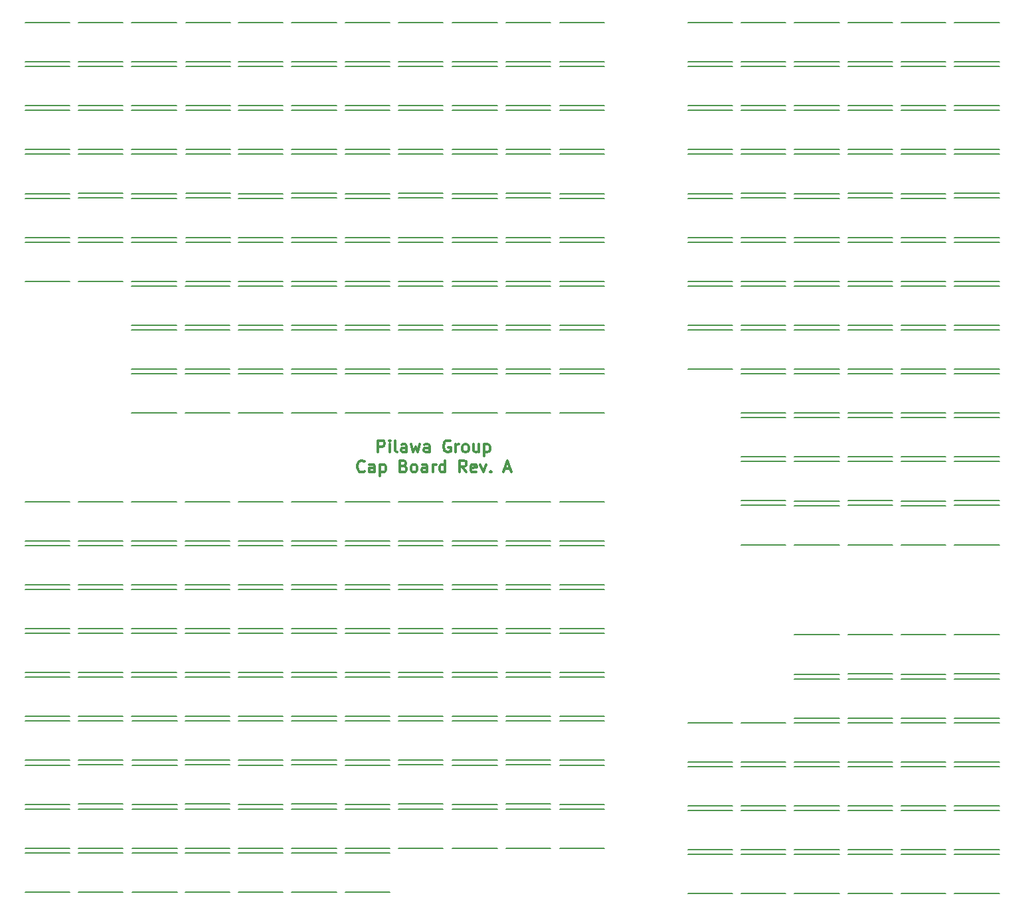
<source format=gbr>
G04 #@! TF.GenerationSoftware,KiCad,Pcbnew,(5.0.0)*
G04 #@! TF.CreationDate,2019-06-04T18:43:43-07:00*
G04 #@! TF.ProjectId,SSB Cap Board - Rev2,5353422043617020426F617264202D20,rev?*
G04 #@! TF.SameCoordinates,Original*
G04 #@! TF.FileFunction,Legend,Top*
G04 #@! TF.FilePolarity,Positive*
%FSLAX46Y46*%
G04 Gerber Fmt 4.6, Leading zero omitted, Abs format (unit mm)*
G04 Created by KiCad (PCBNEW (5.0.0)) date 06/04/19 18:43:43*
%MOMM*%
%LPD*%
G01*
G04 APERTURE LIST*
%ADD10C,0.300000*%
%ADD11C,0.150000*%
G04 APERTURE END LIST*
D10*
X-17107142Y51096428D02*
X-17107142Y52596428D01*
X-16535714Y52596428D01*
X-16392857Y52525000D01*
X-16321428Y52453571D01*
X-16250000Y52310714D01*
X-16250000Y52096428D01*
X-16321428Y51953571D01*
X-16392857Y51882142D01*
X-16535714Y51810714D01*
X-17107142Y51810714D01*
X-15607142Y51096428D02*
X-15607142Y52096428D01*
X-15607142Y52596428D02*
X-15678571Y52525000D01*
X-15607142Y52453571D01*
X-15535714Y52525000D01*
X-15607142Y52596428D01*
X-15607142Y52453571D01*
X-14678571Y51096428D02*
X-14821428Y51167857D01*
X-14892857Y51310714D01*
X-14892857Y52596428D01*
X-13464285Y51096428D02*
X-13464285Y51882142D01*
X-13535714Y52025000D01*
X-13678571Y52096428D01*
X-13964285Y52096428D01*
X-14107142Y52025000D01*
X-13464285Y51167857D02*
X-13607142Y51096428D01*
X-13964285Y51096428D01*
X-14107142Y51167857D01*
X-14178571Y51310714D01*
X-14178571Y51453571D01*
X-14107142Y51596428D01*
X-13964285Y51667857D01*
X-13607142Y51667857D01*
X-13464285Y51739285D01*
X-12892857Y52096428D02*
X-12607142Y51096428D01*
X-12321428Y51810714D01*
X-12035714Y51096428D01*
X-11750000Y52096428D01*
X-10535714Y51096428D02*
X-10535714Y51882142D01*
X-10607142Y52025000D01*
X-10750000Y52096428D01*
X-11035714Y52096428D01*
X-11178571Y52025000D01*
X-10535714Y51167857D02*
X-10678571Y51096428D01*
X-11035714Y51096428D01*
X-11178571Y51167857D01*
X-11250000Y51310714D01*
X-11250000Y51453571D01*
X-11178571Y51596428D01*
X-11035714Y51667857D01*
X-10678571Y51667857D01*
X-10535714Y51739285D01*
X-7892857Y52525000D02*
X-8035714Y52596428D01*
X-8250000Y52596428D01*
X-8464285Y52525000D01*
X-8607142Y52382142D01*
X-8678571Y52239285D01*
X-8750000Y51953571D01*
X-8750000Y51739285D01*
X-8678571Y51453571D01*
X-8607142Y51310714D01*
X-8464285Y51167857D01*
X-8250000Y51096428D01*
X-8107142Y51096428D01*
X-7892857Y51167857D01*
X-7821428Y51239285D01*
X-7821428Y51739285D01*
X-8107142Y51739285D01*
X-7178571Y51096428D02*
X-7178571Y52096428D01*
X-7178571Y51810714D02*
X-7107142Y51953571D01*
X-7035714Y52025000D01*
X-6892857Y52096428D01*
X-6750000Y52096428D01*
X-6035714Y51096428D02*
X-6178571Y51167857D01*
X-6250000Y51239285D01*
X-6321428Y51382142D01*
X-6321428Y51810714D01*
X-6250000Y51953571D01*
X-6178571Y52025000D01*
X-6035714Y52096428D01*
X-5821428Y52096428D01*
X-5678571Y52025000D01*
X-5607142Y51953571D01*
X-5535714Y51810714D01*
X-5535714Y51382142D01*
X-5607142Y51239285D01*
X-5678571Y51167857D01*
X-5821428Y51096428D01*
X-6035714Y51096428D01*
X-4250000Y52096428D02*
X-4250000Y51096428D01*
X-4892857Y52096428D02*
X-4892857Y51310714D01*
X-4821428Y51167857D01*
X-4678571Y51096428D01*
X-4464285Y51096428D01*
X-4321428Y51167857D01*
X-4250000Y51239285D01*
X-3535714Y52096428D02*
X-3535714Y50596428D01*
X-3535714Y52025000D02*
X-3392857Y52096428D01*
X-3107142Y52096428D01*
X-2964285Y52025000D01*
X-2892857Y51953571D01*
X-2821428Y51810714D01*
X-2821428Y51382142D01*
X-2892857Y51239285D01*
X-2964285Y51167857D01*
X-3107142Y51096428D01*
X-3392857Y51096428D01*
X-3535714Y51167857D01*
X-18821428Y48689285D02*
X-18892857Y48617857D01*
X-19107142Y48546428D01*
X-19250000Y48546428D01*
X-19464285Y48617857D01*
X-19607142Y48760714D01*
X-19678571Y48903571D01*
X-19750000Y49189285D01*
X-19750000Y49403571D01*
X-19678571Y49689285D01*
X-19607142Y49832142D01*
X-19464285Y49975000D01*
X-19250000Y50046428D01*
X-19107142Y50046428D01*
X-18892857Y49975000D01*
X-18821428Y49903571D01*
X-17535714Y48546428D02*
X-17535714Y49332142D01*
X-17607142Y49475000D01*
X-17750000Y49546428D01*
X-18035714Y49546428D01*
X-18178571Y49475000D01*
X-17535714Y48617857D02*
X-17678571Y48546428D01*
X-18035714Y48546428D01*
X-18178571Y48617857D01*
X-18250000Y48760714D01*
X-18250000Y48903571D01*
X-18178571Y49046428D01*
X-18035714Y49117857D01*
X-17678571Y49117857D01*
X-17535714Y49189285D01*
X-16821428Y49546428D02*
X-16821428Y48046428D01*
X-16821428Y49475000D02*
X-16678571Y49546428D01*
X-16392857Y49546428D01*
X-16250000Y49475000D01*
X-16178571Y49403571D01*
X-16107142Y49260714D01*
X-16107142Y48832142D01*
X-16178571Y48689285D01*
X-16250000Y48617857D01*
X-16392857Y48546428D01*
X-16678571Y48546428D01*
X-16821428Y48617857D01*
X-13821428Y49332142D02*
X-13607142Y49260714D01*
X-13535714Y49189285D01*
X-13464285Y49046428D01*
X-13464285Y48832142D01*
X-13535714Y48689285D01*
X-13607142Y48617857D01*
X-13750000Y48546428D01*
X-14321428Y48546428D01*
X-14321428Y50046428D01*
X-13821428Y50046428D01*
X-13678571Y49975000D01*
X-13607142Y49903571D01*
X-13535714Y49760714D01*
X-13535714Y49617857D01*
X-13607142Y49475000D01*
X-13678571Y49403571D01*
X-13821428Y49332142D01*
X-14321428Y49332142D01*
X-12607142Y48546428D02*
X-12750000Y48617857D01*
X-12821428Y48689285D01*
X-12892857Y48832142D01*
X-12892857Y49260714D01*
X-12821428Y49403571D01*
X-12750000Y49475000D01*
X-12607142Y49546428D01*
X-12392857Y49546428D01*
X-12250000Y49475000D01*
X-12178571Y49403571D01*
X-12107142Y49260714D01*
X-12107142Y48832142D01*
X-12178571Y48689285D01*
X-12250000Y48617857D01*
X-12392857Y48546428D01*
X-12607142Y48546428D01*
X-10821428Y48546428D02*
X-10821428Y49332142D01*
X-10892857Y49475000D01*
X-11035714Y49546428D01*
X-11321428Y49546428D01*
X-11464285Y49475000D01*
X-10821428Y48617857D02*
X-10964285Y48546428D01*
X-11321428Y48546428D01*
X-11464285Y48617857D01*
X-11535714Y48760714D01*
X-11535714Y48903571D01*
X-11464285Y49046428D01*
X-11321428Y49117857D01*
X-10964285Y49117857D01*
X-10821428Y49189285D01*
X-10107142Y48546428D02*
X-10107142Y49546428D01*
X-10107142Y49260714D02*
X-10035714Y49403571D01*
X-9964285Y49475000D01*
X-9821428Y49546428D01*
X-9678571Y49546428D01*
X-8535714Y48546428D02*
X-8535714Y50046428D01*
X-8535714Y48617857D02*
X-8678571Y48546428D01*
X-8964285Y48546428D01*
X-9107142Y48617857D01*
X-9178571Y48689285D01*
X-9250000Y48832142D01*
X-9250000Y49260714D01*
X-9178571Y49403571D01*
X-9107142Y49475000D01*
X-8964285Y49546428D01*
X-8678571Y49546428D01*
X-8535714Y49475000D01*
X-5821428Y48546428D02*
X-6321428Y49260714D01*
X-6678571Y48546428D02*
X-6678571Y50046428D01*
X-6107142Y50046428D01*
X-5964285Y49975000D01*
X-5892857Y49903571D01*
X-5821428Y49760714D01*
X-5821428Y49546428D01*
X-5892857Y49403571D01*
X-5964285Y49332142D01*
X-6107142Y49260714D01*
X-6678571Y49260714D01*
X-4607142Y48617857D02*
X-4750000Y48546428D01*
X-5035714Y48546428D01*
X-5178571Y48617857D01*
X-5250000Y48760714D01*
X-5250000Y49332142D01*
X-5178571Y49475000D01*
X-5035714Y49546428D01*
X-4750000Y49546428D01*
X-4607142Y49475000D01*
X-4535714Y49332142D01*
X-4535714Y49189285D01*
X-5250000Y49046428D01*
X-4035714Y49546428D02*
X-3678571Y48546428D01*
X-3321428Y49546428D01*
X-2750000Y48689285D02*
X-2678571Y48617857D01*
X-2750000Y48546428D01*
X-2821428Y48617857D01*
X-2750000Y48689285D01*
X-2750000Y48546428D01*
X-964285Y48975000D02*
X-250000Y48975000D01*
X-1107142Y48546428D02*
X-607142Y50046428D01*
X-107142Y48546428D01*
D11*
G04 #@! TO.C,C578*
X56405000Y6005000D02*
X62105000Y6005000D01*
X56405000Y11005000D02*
X62105000Y11005000D01*
G04 #@! TO.C,C576*
X56405000Y-5195000D02*
X62105000Y-5195000D01*
X56405000Y-195000D02*
X62105000Y-195000D01*
G04 #@! TO.C,C572*
X28095000Y84095000D02*
X22395000Y84095000D01*
X28095000Y89095000D02*
X22395000Y89095000D01*
G04 #@! TO.C,C570*
X29205000Y405000D02*
X34905000Y405000D01*
X29205000Y5405000D02*
X34905000Y5405000D01*
G04 #@! TO.C,C568*
X56405000Y11605000D02*
X62105000Y11605000D01*
X56405000Y16605000D02*
X62105000Y16605000D01*
G04 #@! TO.C,C566*
X28095000Y16595000D02*
X22395000Y16595000D01*
X28095000Y11595000D02*
X22395000Y11595000D01*
G04 #@! TO.C,C573*
X56405000Y50505000D02*
X62105000Y50505000D01*
X56405000Y55505000D02*
X62105000Y55505000D01*
G04 #@! TO.C,C597*
X29205000Y6005000D02*
X34905000Y6005000D01*
X29205000Y11005000D02*
X34905000Y11005000D01*
G04 #@! TO.C,C596*
X28095000Y105895000D02*
X22395000Y105895000D01*
X28095000Y100895000D02*
X22395000Y100895000D01*
G04 #@! TO.C,C595*
X56405000Y17205000D02*
X62105000Y17205000D01*
X56405000Y22205000D02*
X62105000Y22205000D01*
G04 #@! TO.C,C593*
X29205000Y11605000D02*
X34905000Y11605000D01*
X29205000Y16605000D02*
X34905000Y16605000D01*
G04 #@! TO.C,C588*
X55295000Y94695000D02*
X49595000Y94695000D01*
X55295000Y89695000D02*
X49595000Y89695000D01*
G04 #@! TO.C,C585*
X28095000Y-5205000D02*
X22395000Y-5205000D01*
X28095000Y-205000D02*
X22395000Y-205000D01*
G04 #@! TO.C,C584*
X56405000Y22805000D02*
X62105000Y22805000D01*
X56405000Y27805000D02*
X62105000Y27805000D01*
G04 #@! TO.C,C591*
X41695000Y27795000D02*
X35995000Y27795000D01*
X41695000Y22795000D02*
X35995000Y22795000D01*
G04 #@! TO.C,C590*
X56405000Y61705000D02*
X62105000Y61705000D01*
X56405000Y66705000D02*
X62105000Y66705000D01*
G04 #@! TO.C,C592*
X41695000Y11595000D02*
X35995000Y11595000D01*
X41695000Y16595000D02*
X35995000Y16595000D01*
G04 #@! TO.C,C599*
X29205000Y95305000D02*
X34905000Y95305000D01*
X29205000Y100305000D02*
X34905000Y100305000D01*
G04 #@! TO.C,C292*
X11795000Y595000D02*
X6095000Y595000D01*
X11795000Y5595000D02*
X6095000Y5595000D01*
G04 #@! TO.C,C504*
X28095000Y100295000D02*
X22395000Y100295000D01*
X28095000Y95295000D02*
X22395000Y95295000D01*
G04 #@! TO.C,C494*
X28095000Y83495000D02*
X22395000Y83495000D01*
X28095000Y78495000D02*
X22395000Y78495000D01*
G04 #@! TO.C,C456*
X56405000Y61105000D02*
X62105000Y61105000D01*
X56405000Y56105000D02*
X62105000Y56105000D01*
G04 #@! TO.C,C462*
X28095000Y5995000D02*
X22395000Y5995000D01*
X28095000Y10995000D02*
X22395000Y10995000D01*
G04 #@! TO.C,C517*
X28095000Y395000D02*
X22395000Y395000D01*
X28095000Y5395000D02*
X22395000Y5395000D01*
G04 #@! TO.C,C477*
X56405000Y5405000D02*
X62105000Y5405000D01*
X56405000Y405000D02*
X62105000Y405000D01*
G04 #@! TO.C,C471*
X28095000Y94695000D02*
X22395000Y94695000D01*
X28095000Y89695000D02*
X22395000Y89695000D01*
G04 #@! TO.C,C479*
X29205000Y-195000D02*
X34905000Y-195000D01*
X29205000Y-5195000D02*
X34905000Y-5195000D01*
G04 #@! TO.C,C542*
X42805000Y72305000D02*
X48505000Y72305000D01*
X42805000Y67305000D02*
X48505000Y67305000D01*
G04 #@! TO.C,C540*
X28095000Y66695000D02*
X22395000Y66695000D01*
X28095000Y61695000D02*
X22395000Y61695000D01*
G04 #@! TO.C,C537*
X55295000Y27795000D02*
X49595000Y27795000D01*
X55295000Y22795000D02*
X49595000Y22795000D01*
G04 #@! TO.C,C536*
X28095000Y72295000D02*
X22395000Y72295000D01*
X28095000Y67295000D02*
X22395000Y67295000D01*
G04 #@! TO.C,C534*
X56405000Y72305000D02*
X62105000Y72305000D01*
X56405000Y67305000D02*
X62105000Y67305000D01*
G04 #@! TO.C,C532*
X55295000Y78495000D02*
X49595000Y78495000D01*
X55295000Y83495000D02*
X49595000Y83495000D01*
G04 #@! TO.C,C530*
X42805000Y49905000D02*
X48505000Y49905000D01*
X42805000Y44905000D02*
X48505000Y44905000D01*
G04 #@! TO.C,C528*
X41695000Y95295000D02*
X35995000Y95295000D01*
X41695000Y100295000D02*
X35995000Y100295000D01*
G04 #@! TO.C,C527*
X41695000Y22195000D02*
X35995000Y22195000D01*
X41695000Y17195000D02*
X35995000Y17195000D01*
G04 #@! TO.C,C564*
X55295000Y17195000D02*
X49595000Y17195000D01*
X55295000Y22195000D02*
X49595000Y22195000D01*
G04 #@! TO.C,C535*
X42805000Y-5195000D02*
X48505000Y-5195000D01*
X42805000Y-195000D02*
X48505000Y-195000D01*
G04 #@! TO.C,C562*
X56405000Y77905000D02*
X62105000Y77905000D01*
X56405000Y72905000D02*
X62105000Y72905000D01*
G04 #@! TO.C,C560*
X55295000Y72895000D02*
X49595000Y72895000D01*
X55295000Y77895000D02*
X49595000Y77895000D01*
G04 #@! TO.C,C558*
X42805000Y55505000D02*
X48505000Y55505000D01*
X42805000Y50505000D02*
X48505000Y50505000D01*
G04 #@! TO.C,C556*
X41695000Y100895000D02*
X35995000Y100895000D01*
X41695000Y105895000D02*
X35995000Y105895000D01*
G04 #@! TO.C,C544*
X29205000Y105905000D02*
X34905000Y105905000D01*
X29205000Y100905000D02*
X34905000Y100905000D01*
G04 #@! TO.C,C553*
X55295000Y16595000D02*
X49595000Y16595000D01*
X55295000Y11595000D02*
X49595000Y11595000D01*
G04 #@! TO.C,C552*
X42805000Y5405000D02*
X48505000Y5405000D01*
X42805000Y405000D02*
X48505000Y405000D01*
G04 #@! TO.C,C551*
X56405000Y78505000D02*
X62105000Y78505000D01*
X56405000Y83505000D02*
X62105000Y83505000D01*
G04 #@! TO.C,C550*
X55295000Y67295000D02*
X49595000Y67295000D01*
X55295000Y72295000D02*
X49595000Y72295000D01*
G04 #@! TO.C,C548*
X42805000Y61105000D02*
X48505000Y61105000D01*
X42805000Y56105000D02*
X48505000Y56105000D01*
G04 #@! TO.C,C546*
X41695000Y89695000D02*
X35995000Y89695000D01*
X41695000Y94695000D02*
X35995000Y94695000D01*
G04 #@! TO.C,C545*
X41695000Y10995000D02*
X35995000Y10995000D01*
X41695000Y5995000D02*
X35995000Y5995000D01*
G04 #@! TO.C,C554*
X29205000Y44305000D02*
X34905000Y44305000D01*
X29205000Y39305000D02*
X34905000Y39305000D01*
G04 #@! TO.C,C432*
X55295000Y10995000D02*
X49595000Y10995000D01*
X55295000Y5995000D02*
X49595000Y5995000D01*
G04 #@! TO.C,C429*
X56405000Y84105000D02*
X62105000Y84105000D01*
X56405000Y89105000D02*
X62105000Y89105000D01*
G04 #@! TO.C,C428*
X55295000Y61695000D02*
X49595000Y61695000D01*
X55295000Y66695000D02*
X49595000Y66695000D01*
G04 #@! TO.C,C427*
X42805000Y61705000D02*
X48505000Y61705000D01*
X42805000Y66705000D02*
X48505000Y66705000D01*
G04 #@! TO.C,C425*
X41695000Y89095000D02*
X35995000Y89095000D01*
X41695000Y84095000D02*
X35995000Y84095000D01*
G04 #@! TO.C,C415*
X41695000Y395000D02*
X35995000Y395000D01*
X41695000Y5395000D02*
X35995000Y5395000D01*
G04 #@! TO.C,C450*
X29205000Y44905000D02*
X34905000Y44905000D01*
X29205000Y49905000D02*
X34905000Y49905000D01*
G04 #@! TO.C,C422*
X55295000Y395000D02*
X49595000Y395000D01*
X55295000Y5395000D02*
X49595000Y5395000D01*
G04 #@! TO.C,C413*
X42805000Y11605000D02*
X48505000Y11605000D01*
X42805000Y16605000D02*
X48505000Y16605000D01*
G04 #@! TO.C,C420*
X56405000Y94705000D02*
X62105000Y94705000D01*
X56405000Y89705000D02*
X62105000Y89705000D01*
G04 #@! TO.C,C419*
X55295000Y61095000D02*
X49595000Y61095000D01*
X55295000Y56095000D02*
X49595000Y56095000D01*
G04 #@! TO.C,C418*
X55295000Y84095000D02*
X49595000Y84095000D01*
X55295000Y89095000D02*
X49595000Y89095000D01*
G04 #@! TO.C,C417*
X41695000Y83495000D02*
X35995000Y83495000D01*
X41695000Y78495000D02*
X35995000Y78495000D01*
G04 #@! TO.C,C416*
X41695000Y-5205000D02*
X35995000Y-5205000D01*
X41695000Y-205000D02*
X35995000Y-205000D01*
G04 #@! TO.C,C424*
X29205000Y50505000D02*
X34905000Y50505000D01*
X29205000Y55505000D02*
X34905000Y55505000D01*
G04 #@! TO.C,C423*
X55295000Y-5205000D02*
X49595000Y-5205000D01*
X55295000Y-205000D02*
X49595000Y-205000D01*
G04 #@! TO.C,C421*
X42805000Y17205000D02*
X48505000Y17205000D01*
X42805000Y22205000D02*
X48505000Y22205000D01*
G04 #@! TO.C,C447*
X56405000Y100305000D02*
X62105000Y100305000D01*
X56405000Y95305000D02*
X62105000Y95305000D01*
G04 #@! TO.C,C446*
X55295000Y55495000D02*
X49595000Y55495000D01*
X55295000Y50495000D02*
X49595000Y50495000D01*
G04 #@! TO.C,C445*
X42805000Y77905000D02*
X48505000Y77905000D01*
X42805000Y72905000D02*
X48505000Y72905000D01*
G04 #@! TO.C,C444*
X41695000Y77895000D02*
X35995000Y77895000D01*
X41695000Y72895000D02*
X35995000Y72895000D01*
G04 #@! TO.C,C433*
X29205000Y61105000D02*
X34905000Y61105000D01*
X29205000Y56105000D02*
X34905000Y56105000D01*
G04 #@! TO.C,C442*
X28095000Y72895000D02*
X22395000Y72895000D01*
X28095000Y77895000D02*
X22395000Y77895000D01*
G04 #@! TO.C,C555*
X56405000Y105905000D02*
X62105000Y105905000D01*
X56405000Y100905000D02*
X62105000Y100905000D01*
G04 #@! TO.C,C430*
X55295000Y100295000D02*
X49595000Y100295000D01*
X55295000Y95295000D02*
X49595000Y95295000D01*
G04 #@! TO.C,C439*
X55295000Y44895000D02*
X49595000Y44895000D01*
X55295000Y49895000D02*
X49595000Y49895000D01*
G04 #@! TO.C,C438*
X42805000Y78505000D02*
X48505000Y78505000D01*
X42805000Y83505000D02*
X48505000Y83505000D01*
G04 #@! TO.C,C437*
X41695000Y67295000D02*
X35995000Y67295000D01*
X41695000Y72295000D02*
X35995000Y72295000D01*
G04 #@! TO.C,C436*
X29205000Y61705000D02*
X34905000Y61705000D01*
X29205000Y66705000D02*
X34905000Y66705000D01*
G04 #@! TO.C,C435*
X42805000Y27805000D02*
X48505000Y27805000D01*
X42805000Y22805000D02*
X48505000Y22805000D01*
G04 #@! TO.C,C434*
X55295000Y105895000D02*
X49595000Y105895000D01*
X55295000Y100895000D02*
X49595000Y100895000D01*
G04 #@! TO.C,C443*
X42805000Y100305000D02*
X48505000Y100305000D01*
X42805000Y95305000D02*
X48505000Y95305000D01*
G04 #@! TO.C,C441*
X42805000Y84105000D02*
X48505000Y84105000D01*
X42805000Y89105000D02*
X48505000Y89105000D01*
G04 #@! TO.C,C431*
X41695000Y61695000D02*
X35995000Y61695000D01*
X41695000Y66695000D02*
X35995000Y66695000D01*
G04 #@! TO.C,C440*
X29205000Y67305000D02*
X34905000Y67305000D01*
X29205000Y72305000D02*
X34905000Y72305000D01*
G04 #@! TO.C,C451*
X56405000Y49905000D02*
X62105000Y49905000D01*
X56405000Y44905000D02*
X62105000Y44905000D01*
G04 #@! TO.C,C448*
X42805000Y89705000D02*
X48505000Y89705000D01*
X42805000Y94705000D02*
X48505000Y94705000D01*
G04 #@! TO.C,C411*
X56405000Y44305000D02*
X62105000Y44305000D01*
X56405000Y39305000D02*
X62105000Y39305000D01*
G04 #@! TO.C,C410*
X41695000Y61095000D02*
X35995000Y61095000D01*
X41695000Y56095000D02*
X35995000Y56095000D01*
G04 #@! TO.C,C409*
X29205000Y77905000D02*
X34905000Y77905000D01*
X29205000Y72905000D02*
X34905000Y72905000D01*
G04 #@! TO.C,C408*
X42805000Y100905000D02*
X48505000Y100905000D01*
X42805000Y105905000D02*
X48505000Y105905000D01*
G04 #@! TO.C,C407*
X55295000Y39295000D02*
X49595000Y39295000D01*
X55295000Y44295000D02*
X49595000Y44295000D01*
G04 #@! TO.C,C406*
X41695000Y55495000D02*
X35995000Y55495000D01*
X41695000Y50495000D02*
X35995000Y50495000D01*
G04 #@! TO.C,C404*
X29205000Y83505000D02*
X34905000Y83505000D01*
X29205000Y78505000D02*
X34905000Y78505000D01*
G04 #@! TO.C,C403*
X42805000Y39305000D02*
X48505000Y39305000D01*
X42805000Y44305000D02*
X48505000Y44305000D01*
G04 #@! TO.C,C402*
X41695000Y44895000D02*
X35995000Y44895000D01*
X41695000Y49895000D02*
X35995000Y49895000D01*
G04 #@! TO.C,C401*
X29205000Y84105000D02*
X34905000Y84105000D01*
X29205000Y89105000D02*
X34905000Y89105000D01*
G04 #@! TO.C,C414*
X41695000Y39295000D02*
X35995000Y39295000D01*
X41695000Y44295000D02*
X35995000Y44295000D01*
G04 #@! TO.C,C412*
X29205000Y89705000D02*
X34905000Y89705000D01*
X29205000Y94705000D02*
X34905000Y94705000D01*
G04 #@! TO.C,C405*
X42805000Y11005000D02*
X48505000Y11005000D01*
X42805000Y6005000D02*
X48505000Y6005000D01*
G04 #@! TO.C,C291*
X11795000Y11195000D02*
X6095000Y11195000D01*
X11795000Y6195000D02*
X6095000Y6195000D01*
G04 #@! TO.C,C237*
X11795000Y11795000D02*
X6095000Y11795000D01*
X11795000Y16795000D02*
X6095000Y16795000D01*
G04 #@! TO.C,C52*
X-15605000Y27995000D02*
X-21305000Y27995000D01*
X-15605000Y22995000D02*
X-21305000Y22995000D01*
G04 #@! TO.C,C97*
X-41695000Y33605000D02*
X-35995000Y33605000D01*
X-41695000Y28605000D02*
X-35995000Y28605000D01*
G04 #@! TO.C,C21*
X11795000Y28595000D02*
X6095000Y28595000D01*
X11795000Y33595000D02*
X6095000Y33595000D01*
G04 #@! TO.C,C120*
X11795000Y22395000D02*
X6095000Y22395000D01*
X11795000Y17395000D02*
X6095000Y17395000D01*
G04 #@! TO.C,C394*
X11795000Y22995000D02*
X6095000Y22995000D01*
X11795000Y27995000D02*
X6095000Y27995000D01*
G04 #@! TO.C,C343*
X-42805000Y33595000D02*
X-48505000Y33595000D01*
X-42805000Y28595000D02*
X-48505000Y28595000D01*
G04 #@! TO.C,C358*
X-15605000Y22395000D02*
X-21305000Y22395000D01*
X-15605000Y17395000D02*
X-21305000Y17395000D01*
G04 #@! TO.C,C273*
X-55295000Y6205000D02*
X-49595000Y6205000D01*
X-55295000Y11205000D02*
X-49595000Y11205000D01*
G04 #@! TO.C,C264*
X-14495000Y605000D02*
X-8795000Y605000D01*
X-14495000Y5605000D02*
X-8795000Y5605000D01*
G04 #@! TO.C,C262*
X-56405000Y27995000D02*
X-62105000Y27995000D01*
X-56405000Y22995000D02*
X-62105000Y22995000D01*
G04 #@! TO.C,C261*
X-55295000Y-4995000D02*
X-49595000Y-4995000D01*
X-55295000Y5000D02*
X-49595000Y5000D01*
G04 #@! TO.C,C260*
X-29205000Y11195000D02*
X-34905000Y11195000D01*
X-29205000Y6195000D02*
X-34905000Y6195000D01*
G04 #@! TO.C,C259*
X-42705000Y16795000D02*
X-48405000Y16795000D01*
X-42705000Y11795000D02*
X-48405000Y11795000D01*
G04 #@! TO.C,C258*
X-41695000Y17405000D02*
X-35995000Y17405000D01*
X-41695000Y22405000D02*
X-35995000Y22405000D01*
G04 #@! TO.C,C257*
X-28095000Y-4995000D02*
X-22395000Y-4995000D01*
X-28095000Y5000D02*
X-22395000Y5000D01*
G04 #@! TO.C,C314*
X-56405000Y22395000D02*
X-62105000Y22395000D01*
X-56405000Y17395000D02*
X-62105000Y17395000D01*
G04 #@! TO.C,C266*
X-55295000Y605000D02*
X-49595000Y605000D01*
X-55295000Y5605000D02*
X-49595000Y5605000D01*
G04 #@! TO.C,C265*
X-29205000Y5595000D02*
X-34905000Y5595000D01*
X-29205000Y595000D02*
X-34905000Y595000D01*
G04 #@! TO.C,C311*
X-42705000Y11195000D02*
X-48405000Y11195000D01*
X-42705000Y6195000D02*
X-48405000Y6195000D01*
G04 #@! TO.C,C310*
X-41695000Y23005000D02*
X-35995000Y23005000D01*
X-41695000Y28005000D02*
X-35995000Y28005000D01*
G04 #@! TO.C,C309*
X-28095000Y605000D02*
X-22395000Y605000D01*
X-28095000Y5605000D02*
X-22395000Y5605000D01*
G04 #@! TO.C,C308*
X-56405000Y89095000D02*
X-62105000Y89095000D01*
X-56405000Y84095000D02*
X-62105000Y84095000D01*
G04 #@! TO.C,C304*
X-56405000Y16795000D02*
X-62105000Y16795000D01*
X-56405000Y11795000D02*
X-62105000Y11795000D01*
G04 #@! TO.C,C302*
X-29205000Y-5000D02*
X-34905000Y-5000D01*
X-29205000Y-5005000D02*
X-34905000Y-5005000D01*
G04 #@! TO.C,C301*
X-42705000Y5595000D02*
X-48405000Y5595000D01*
X-42705000Y595000D02*
X-48405000Y595000D01*
G04 #@! TO.C,C283*
X-41695000Y-4995000D02*
X-35995000Y-4995000D01*
X-41695000Y5000D02*
X-35995000Y5000D01*
G04 #@! TO.C,C282*
X-56405000Y83495000D02*
X-62105000Y83495000D01*
X-56405000Y78495000D02*
X-62105000Y78495000D01*
G04 #@! TO.C,C295*
X-56405000Y11195000D02*
X-62105000Y11195000D01*
X-56405000Y6195000D02*
X-62105000Y6195000D01*
G04 #@! TO.C,C294*
X-55295000Y11805000D02*
X-49595000Y11805000D01*
X-55295000Y16805000D02*
X-49595000Y16805000D01*
G04 #@! TO.C,C293*
X-28095000Y6205000D02*
X-22395000Y6205000D01*
X-28095000Y11205000D02*
X-22395000Y11205000D01*
G04 #@! TO.C,C289*
X-56405000Y77895000D02*
X-62105000Y77895000D01*
X-56405000Y72895000D02*
X-62105000Y72895000D01*
G04 #@! TO.C,C287*
X-56405000Y5595000D02*
X-62105000Y5595000D01*
X-56405000Y595000D02*
X-62105000Y595000D01*
G04 #@! TO.C,C286*
X-55295000Y17405000D02*
X-49595000Y17405000D01*
X-55295000Y22405000D02*
X-49595000Y22405000D01*
G04 #@! TO.C,C285*
X-28095000Y11805000D02*
X-22395000Y11805000D01*
X-28095000Y16805000D02*
X-22395000Y16805000D01*
G04 #@! TO.C,C299*
X-14495000Y6205000D02*
X-8795000Y6205000D01*
X-14495000Y11205000D02*
X-8795000Y11205000D01*
G04 #@! TO.C,C298*
X-795000Y605000D02*
X4905000Y605000D01*
X-795000Y5605000D02*
X4905000Y5605000D01*
G04 #@! TO.C,C281*
X-29205000Y39195000D02*
X-34905000Y39195000D01*
X-29205000Y34195000D02*
X-34905000Y34195000D01*
G04 #@! TO.C,C296*
X-56405000Y-5000D02*
X-62105000Y-5000D01*
X-56405000Y-5005000D02*
X-62105000Y-5005000D01*
G04 #@! TO.C,C377*
X-55295000Y23005000D02*
X-49595000Y23005000D01*
X-55295000Y28005000D02*
X-49595000Y28005000D01*
G04 #@! TO.C,C398*
X-14495000Y11805000D02*
X-8795000Y11805000D01*
X-14495000Y16805000D02*
X-8795000Y16805000D01*
G04 #@! TO.C,C397*
X-795000Y6205000D02*
X4905000Y6205000D01*
X-795000Y11205000D02*
X4905000Y11205000D01*
G04 #@! TO.C,C396*
X-29205000Y33595000D02*
X-34905000Y33595000D01*
X-29205000Y28595000D02*
X-34905000Y28595000D01*
G04 #@! TO.C,C395*
X-55295000Y28605000D02*
X-49595000Y28605000D01*
X-55295000Y33605000D02*
X-49595000Y33605000D01*
G04 #@! TO.C,C390*
X-15605000Y16795000D02*
X-21305000Y16795000D01*
X-15605000Y11795000D02*
X-21305000Y11795000D01*
G04 #@! TO.C,C389*
X-14495000Y17405000D02*
X-8795000Y17405000D01*
X-14495000Y22405000D02*
X-8795000Y22405000D01*
G04 #@! TO.C,C388*
X-795000Y11805000D02*
X4905000Y11805000D01*
X-795000Y16805000D02*
X4905000Y16805000D01*
G04 #@! TO.C,C387*
X-29205000Y27995000D02*
X-34905000Y27995000D01*
X-29205000Y22995000D02*
X-34905000Y22995000D01*
G04 #@! TO.C,C385*
X-15605000Y11195000D02*
X-21305000Y11195000D01*
X-15605000Y6195000D02*
X-21305000Y6195000D01*
G04 #@! TO.C,C384*
X-14495000Y23005000D02*
X-8795000Y23005000D01*
X-14495000Y28005000D02*
X-8795000Y28005000D01*
G04 #@! TO.C,C383*
X-795000Y17405000D02*
X4905000Y17405000D01*
X-795000Y22405000D02*
X4905000Y22405000D01*
G04 #@! TO.C,C382*
X-29205000Y22395000D02*
X-34905000Y22395000D01*
X-29205000Y17395000D02*
X-34905000Y17395000D01*
G04 #@! TO.C,C381*
X-15605000Y5595000D02*
X-21305000Y5595000D01*
X-15605000Y595000D02*
X-21305000Y595000D01*
G04 #@! TO.C,C380*
X-14495000Y28605000D02*
X-8795000Y28605000D01*
X-14495000Y33605000D02*
X-8795000Y33605000D01*
G04 #@! TO.C,C379*
X-795000Y23005000D02*
X4905000Y23005000D01*
X-795000Y28005000D02*
X4905000Y28005000D01*
G04 #@! TO.C,C378*
X-56405000Y44795000D02*
X-62105000Y44795000D01*
X-56405000Y39795000D02*
X-62105000Y39795000D01*
G04 #@! TO.C,C392*
X-795000Y28605000D02*
X4905000Y28605000D01*
X-795000Y33605000D02*
X4905000Y33605000D01*
G04 #@! TO.C,C93*
X-29205000Y61095000D02*
X-34905000Y61095000D01*
X-29205000Y56095000D02*
X-34905000Y56095000D01*
G04 #@! TO.C,C92*
X-41595000Y89705000D02*
X-35895000Y89705000D01*
X-41595000Y94705000D02*
X-35895000Y94705000D01*
G04 #@! TO.C,C91*
X-42805000Y44795000D02*
X-48505000Y44795000D01*
X-42805000Y39795000D02*
X-48505000Y39795000D01*
G04 #@! TO.C,C90*
X-55295000Y100905000D02*
X-49595000Y100905000D01*
X-55295000Y105905000D02*
X-49595000Y105905000D01*
G04 #@! TO.C,C89*
X-14495000Y34205000D02*
X-8795000Y34205000D01*
X-14495000Y39205000D02*
X-8795000Y39205000D01*
G04 #@! TO.C,C88*
X-15605000Y94695000D02*
X-21305000Y94695000D01*
X-15605000Y89695000D02*
X-21305000Y89695000D01*
G04 #@! TO.C,C87*
X-14495000Y56105000D02*
X-8795000Y56105000D01*
X-14495000Y61105000D02*
X-8795000Y61105000D01*
G04 #@! TO.C,C86*
X-1905000Y78495000D02*
X-7605000Y78495000D01*
X-1905000Y83495000D02*
X-7605000Y83495000D01*
G04 #@! TO.C,C85*
X-795000Y67305000D02*
X4905000Y67305000D01*
X-795000Y72305000D02*
X4905000Y72305000D01*
G04 #@! TO.C,C84*
X11795000Y72295000D02*
X6095000Y72295000D01*
X11795000Y67295000D02*
X6095000Y67295000D01*
G04 #@! TO.C,C83*
X-29205000Y66695000D02*
X-34905000Y66695000D01*
X-29205000Y61695000D02*
X-34905000Y61695000D01*
G04 #@! TO.C,C82*
X-41595000Y84105000D02*
X-35895000Y84105000D01*
X-41595000Y89105000D02*
X-35895000Y89105000D01*
G04 #@! TO.C,C81*
X-41595000Y78505000D02*
X-35895000Y78505000D01*
X-41595000Y83505000D02*
X-35895000Y83505000D01*
G04 #@! TO.C,C80*
X11795000Y66695000D02*
X6095000Y66695000D01*
X11795000Y61695000D02*
X6095000Y61695000D01*
G04 #@! TO.C,C251*
X-41695000Y605000D02*
X-35995000Y605000D01*
X-41695000Y5605000D02*
X-35995000Y5605000D01*
G04 #@! TO.C,C78*
X-29205000Y72295000D02*
X-34905000Y72295000D01*
X-29205000Y67295000D02*
X-34905000Y67295000D01*
G04 #@! TO.C,C77*
X11795000Y72895000D02*
X6095000Y72895000D01*
X11795000Y77895000D02*
X6095000Y77895000D01*
G04 #@! TO.C,C76*
X-795000Y66705000D02*
X4905000Y66705000D01*
X-795000Y61705000D02*
X4905000Y61705000D01*
G04 #@! TO.C,C75*
X-42805000Y56095000D02*
X-48505000Y56095000D01*
X-42805000Y61095000D02*
X-48505000Y61095000D01*
G04 #@! TO.C,C74*
X-1905000Y84095000D02*
X-7605000Y84095000D01*
X-1905000Y89095000D02*
X-7605000Y89095000D01*
G04 #@! TO.C,C72*
X-15605000Y95295000D02*
X-21305000Y95295000D01*
X-15605000Y100295000D02*
X-21305000Y100295000D01*
G04 #@! TO.C,C71*
X-1905000Y595000D02*
X-7605000Y595000D01*
X-1905000Y5595000D02*
X-7605000Y5595000D01*
G04 #@! TO.C,C70*
X-55295000Y100305000D02*
X-49595000Y100305000D01*
X-55295000Y95305000D02*
X-49595000Y95305000D01*
G04 #@! TO.C,C68*
X-28095000Y39805000D02*
X-22395000Y39805000D01*
X-28095000Y44805000D02*
X-22395000Y44805000D01*
G04 #@! TO.C,C252*
X-56405000Y39195000D02*
X-62105000Y39195000D01*
X-56405000Y34195000D02*
X-62105000Y34195000D01*
G04 #@! TO.C,C119*
X-56405000Y100895000D02*
X-62105000Y100895000D01*
X-56405000Y105895000D02*
X-62105000Y105895000D01*
G04 #@! TO.C,C118*
X-28095000Y34205000D02*
X-22395000Y34205000D01*
X-28095000Y39205000D02*
X-22395000Y39205000D01*
G04 #@! TO.C,C108*
X-1905000Y33595000D02*
X-7605000Y33595000D01*
X-1905000Y28595000D02*
X-7605000Y28595000D01*
G04 #@! TO.C,C106*
X-42805000Y105895000D02*
X-48505000Y105895000D01*
X-42805000Y100895000D02*
X-48505000Y100895000D01*
G04 #@! TO.C,C105*
X-56405000Y94695000D02*
X-62105000Y94695000D01*
X-56405000Y89695000D02*
X-62105000Y89695000D01*
G04 #@! TO.C,C96*
X-42805000Y95295000D02*
X-48505000Y95295000D01*
X-42805000Y100295000D02*
X-48505000Y100295000D01*
G04 #@! TO.C,C95*
X-55295000Y44805000D02*
X-49595000Y44805000D01*
X-55295000Y39805000D02*
X-49595000Y39805000D01*
G04 #@! TO.C,C22*
X-28095000Y17405000D02*
X-22395000Y17405000D01*
X-28095000Y22405000D02*
X-22395000Y22405000D01*
G04 #@! TO.C,C16*
X-28095000Y23005000D02*
X-22395000Y23005000D01*
X-28095000Y28005000D02*
X-22395000Y28005000D01*
G04 #@! TO.C,C62*
X-42805000Y89695000D02*
X-48505000Y89695000D01*
X-42805000Y94695000D02*
X-48505000Y94695000D01*
G04 #@! TO.C,C2*
X-41695000Y39805000D02*
X-35995000Y39805000D01*
X-41695000Y44805000D02*
X-35995000Y44805000D01*
G04 #@! TO.C,C3*
X11795000Y100895000D02*
X6095000Y100895000D01*
X11795000Y105895000D02*
X6095000Y105895000D01*
G04 #@! TO.C,C4*
X-29205000Y105895000D02*
X-34905000Y105895000D01*
X-29205000Y100895000D02*
X-34905000Y100895000D01*
G04 #@! TO.C,C10*
X-15605000Y-5000D02*
X-21305000Y-5000D01*
X-15605000Y-5005000D02*
X-21305000Y-5005000D01*
G04 #@! TO.C,C11*
X-28095000Y28605000D02*
X-22395000Y28605000D01*
X-28095000Y33605000D02*
X-22395000Y33605000D01*
G04 #@! TO.C,C12*
X-42805000Y84095000D02*
X-48505000Y84095000D01*
X-42805000Y89095000D02*
X-48505000Y89095000D01*
G04 #@! TO.C,C14*
X-29205000Y95295000D02*
X-34905000Y95295000D01*
X-29205000Y100295000D02*
X-34905000Y100295000D01*
G04 #@! TO.C,C15*
X-55295000Y77905000D02*
X-49595000Y77905000D01*
X-55295000Y72905000D02*
X-49595000Y72905000D01*
G04 #@! TO.C,C31*
X-42805000Y78495000D02*
X-48505000Y78495000D01*
X-42805000Y83495000D02*
X-48505000Y83495000D01*
G04 #@! TO.C,C61*
X-41695000Y61105000D02*
X-35995000Y61105000D01*
X-41695000Y56105000D02*
X-35995000Y56105000D01*
G04 #@! TO.C,C60*
X-29205000Y89695000D02*
X-34905000Y89695000D01*
X-29205000Y94695000D02*
X-34905000Y94695000D01*
G04 #@! TO.C,C59*
X11795000Y95295000D02*
X6095000Y95295000D01*
X11795000Y100295000D02*
X6095000Y100295000D01*
G04 #@! TO.C,C53*
X-1905000Y22995000D02*
X-7605000Y22995000D01*
X-1905000Y27995000D02*
X-7605000Y27995000D01*
G04 #@! TO.C,C51*
X-42805000Y72895000D02*
X-48505000Y72895000D01*
X-42805000Y77895000D02*
X-48505000Y77895000D01*
G04 #@! TO.C,C50*
X-41695000Y61705000D02*
X-35995000Y61705000D01*
X-41695000Y66705000D02*
X-35995000Y66705000D01*
G04 #@! TO.C,C49*
X-29205000Y89095000D02*
X-34905000Y89095000D01*
X-29205000Y84095000D02*
X-34905000Y84095000D01*
G04 #@! TO.C,C63*
X11795000Y89695000D02*
X6095000Y89695000D01*
X11795000Y94695000D02*
X6095000Y94695000D01*
G04 #@! TO.C,C45*
X-1905000Y100895000D02*
X-7605000Y100895000D01*
X-1905000Y105895000D02*
X-7605000Y105895000D01*
G04 #@! TO.C,C44*
X-795000Y39805000D02*
X4905000Y39805000D01*
X-795000Y44805000D02*
X4905000Y44805000D01*
G04 #@! TO.C,C43*
X-41695000Y34205000D02*
X-35995000Y34205000D01*
X-41695000Y39205000D02*
X-35995000Y39205000D01*
G04 #@! TO.C,C41*
X-14495000Y44805000D02*
X-8795000Y44805000D01*
X-14495000Y39805000D02*
X-8795000Y39805000D01*
G04 #@! TO.C,C40*
X-15605000Y105895000D02*
X-21305000Y105895000D01*
X-15605000Y100895000D02*
X-21305000Y100895000D01*
G04 #@! TO.C,C39*
X-1905000Y11195000D02*
X-7605000Y11195000D01*
X-1905000Y6195000D02*
X-7605000Y6195000D01*
G04 #@! TO.C,C38*
X-14495000Y67305000D02*
X-8795000Y67305000D01*
X-14495000Y72305000D02*
X-8795000Y72305000D01*
G04 #@! TO.C,C37*
X-1905000Y61095000D02*
X-7605000Y61095000D01*
X-1905000Y56095000D02*
X-7605000Y56095000D01*
G04 #@! TO.C,C36*
X-14495000Y83505000D02*
X-8795000Y83505000D01*
X-14495000Y78505000D02*
X-8795000Y78505000D01*
G04 #@! TO.C,C35*
X-15605000Y72295000D02*
X-21305000Y72295000D01*
X-15605000Y67295000D02*
X-21305000Y67295000D01*
G04 #@! TO.C,C34*
X-28095000Y72305000D02*
X-22395000Y72305000D01*
X-28095000Y67305000D02*
X-22395000Y67305000D01*
G04 #@! TO.C,C94*
X11795000Y44795000D02*
X6095000Y44795000D01*
X11795000Y39795000D02*
X6095000Y39795000D01*
G04 #@! TO.C,C32*
X-795000Y100305000D02*
X4905000Y100305000D01*
X-795000Y95305000D02*
X4905000Y95305000D01*
G04 #@! TO.C,C46*
X-28095000Y84105000D02*
X-22395000Y84105000D01*
X-28095000Y89105000D02*
X-22395000Y89105000D01*
G04 #@! TO.C,C215*
X-42705000Y-5000D02*
X-48405000Y-5000D01*
X-42705000Y-5005000D02*
X-48405000Y-5005000D01*
G04 #@! TO.C,C213*
X-41695000Y11805000D02*
X-35995000Y11805000D01*
X-41695000Y16805000D02*
X-35995000Y16805000D01*
G04 #@! TO.C,C212*
X-42805000Y22395000D02*
X-48505000Y22395000D01*
X-42805000Y17395000D02*
X-48505000Y17395000D01*
G04 #@! TO.C,C211*
X-29205000Y16795000D02*
X-34905000Y16795000D01*
X-29205000Y11795000D02*
X-34905000Y11795000D01*
G04 #@! TO.C,C209*
X-56405000Y33595000D02*
X-62105000Y33595000D01*
X-56405000Y28595000D02*
X-62105000Y28595000D01*
G04 #@! TO.C,C125*
X-15605000Y61695000D02*
X-21305000Y61695000D01*
X-15605000Y66695000D02*
X-21305000Y66695000D01*
G04 #@! TO.C,C203*
X-41695000Y6205000D02*
X-35995000Y6205000D01*
X-41695000Y11205000D02*
X-35995000Y11205000D01*
G04 #@! TO.C,C201*
X-42805000Y27995000D02*
X-48505000Y27995000D01*
X-42805000Y22995000D02*
X-48505000Y22995000D01*
G04 #@! TO.C,C200*
X-28095000Y72905000D02*
X-22395000Y72905000D01*
X-28095000Y77905000D02*
X-22395000Y77905000D01*
G04 #@! TO.C,C199*
X-795000Y100905000D02*
X4905000Y100905000D01*
X-795000Y105905000D02*
X4905000Y105905000D01*
G04 #@! TO.C,C198*
X-28095000Y100905000D02*
X-22395000Y100905000D01*
X-28095000Y105905000D02*
X-22395000Y105905000D01*
G04 #@! TO.C,C197*
X-14495000Y89705000D02*
X-8795000Y89705000D01*
X-14495000Y94705000D02*
X-8795000Y94705000D01*
G04 #@! TO.C,C196*
X-15605000Y61095000D02*
X-21305000Y61095000D01*
X-15605000Y56095000D02*
X-21305000Y56095000D01*
G04 #@! TO.C,C195*
X-28095000Y78505000D02*
X-22395000Y78505000D01*
X-28095000Y83505000D02*
X-22395000Y83505000D01*
G04 #@! TO.C,C194*
X-1905000Y44795000D02*
X-7605000Y44795000D01*
X-1905000Y39795000D02*
X-7605000Y39795000D01*
G04 #@! TO.C,C193*
X-14495000Y95305000D02*
X-8795000Y95305000D01*
X-14495000Y100305000D02*
X-8795000Y100305000D01*
G04 #@! TO.C,C191*
X-14495000Y84105000D02*
X-8795000Y84105000D01*
X-14495000Y89105000D02*
X-8795000Y89105000D01*
G04 #@! TO.C,C190*
X-1905000Y22395000D02*
X-7605000Y22395000D01*
X-1905000Y17395000D02*
X-7605000Y17395000D01*
G04 #@! TO.C,C126*
X-55295000Y83505000D02*
X-49595000Y83505000D01*
X-55295000Y78505000D02*
X-49595000Y78505000D01*
G04 #@! TO.C,C48*
X-42805000Y67295000D02*
X-48505000Y67295000D01*
X-42805000Y72295000D02*
X-48505000Y72295000D01*
G04 #@! TO.C,C155*
X-29205000Y83495000D02*
X-34905000Y83495000D01*
X-29205000Y78495000D02*
X-34905000Y78495000D01*
G04 #@! TO.C,C154*
X11795000Y89095000D02*
X6095000Y89095000D01*
X11795000Y84095000D02*
X6095000Y84095000D01*
G04 #@! TO.C,C152*
X-1905000Y100295000D02*
X-7605000Y100295000D01*
X-1905000Y95295000D02*
X-7605000Y95295000D01*
G04 #@! TO.C,C149*
X-55295000Y89705000D02*
X-49595000Y89705000D01*
X-55295000Y94705000D02*
X-49595000Y94705000D01*
G04 #@! TO.C,C148*
X-1905000Y16795000D02*
X-7605000Y16795000D01*
X-1905000Y11795000D02*
X-7605000Y11795000D01*
G04 #@! TO.C,C147*
X-55295000Y84105000D02*
X-49595000Y84105000D01*
X-55295000Y89105000D02*
X-49595000Y89105000D01*
G04 #@! TO.C,C146*
X-42805000Y66695000D02*
X-48505000Y66695000D01*
X-42805000Y61695000D02*
X-48505000Y61695000D01*
G04 #@! TO.C,C145*
X-41595000Y72905000D02*
X-35895000Y72905000D01*
X-41595000Y77905000D02*
X-35895000Y77905000D01*
G04 #@! TO.C,C144*
X-29205000Y77895000D02*
X-34905000Y77895000D01*
X-29205000Y72895000D02*
X-34905000Y72895000D01*
G04 #@! TO.C,C143*
X11795000Y83495000D02*
X6095000Y83495000D01*
X11795000Y78495000D02*
X6095000Y78495000D01*
G04 #@! TO.C,C142*
X-795000Y56105000D02*
X4905000Y56105000D01*
X-795000Y61105000D02*
X4905000Y61105000D01*
G04 #@! TO.C,C188*
X-1905000Y94695000D02*
X-7605000Y94695000D01*
X-1905000Y89695000D02*
X-7605000Y89695000D01*
G04 #@! TO.C,C140*
X-795000Y34205000D02*
X4905000Y34205000D01*
X-795000Y39205000D02*
X4905000Y39205000D01*
G04 #@! TO.C,C137*
X-795000Y89105000D02*
X4905000Y89105000D01*
X-795000Y84105000D02*
X4905000Y84105000D01*
G04 #@! TO.C,C136*
X-1905000Y61695000D02*
X-7605000Y61695000D01*
X-1905000Y66695000D02*
X-7605000Y66695000D01*
G04 #@! TO.C,C135*
X-14495000Y77905000D02*
X-8795000Y77905000D01*
X-14495000Y72905000D02*
X-8795000Y72905000D01*
G04 #@! TO.C,C134*
X-15605000Y72895000D02*
X-21305000Y72895000D01*
X-15605000Y77895000D02*
X-21305000Y77895000D01*
G04 #@! TO.C,C133*
X-28095000Y66705000D02*
X-22395000Y66705000D01*
X-28095000Y61705000D02*
X-22395000Y61705000D01*
G04 #@! TO.C,C132*
X-29205000Y39795000D02*
X-34905000Y39795000D01*
X-29205000Y44795000D02*
X-34905000Y44795000D01*
G04 #@! TO.C,C131*
X-15605000Y33595000D02*
X-21305000Y33595000D01*
X-15605000Y28595000D02*
X-21305000Y28595000D01*
G04 #@! TO.C,C189*
X-56405000Y100295000D02*
X-62105000Y100295000D01*
X-56405000Y95295000D02*
X-62105000Y95295000D01*
G04 #@! TO.C,C180*
X-55295000Y34205000D02*
X-49595000Y34205000D01*
X-55295000Y39205000D02*
X-49595000Y39205000D01*
G04 #@! TO.C,C179*
X-14495000Y100905000D02*
X-8795000Y100905000D01*
X-14495000Y105905000D02*
X-8795000Y105905000D01*
G04 #@! TO.C,C178*
X-1905000Y39195000D02*
X-7605000Y39195000D01*
X-1905000Y34195000D02*
X-7605000Y34195000D01*
G04 #@! TO.C,C177*
X-28095000Y89705000D02*
X-22395000Y89705000D01*
X-28095000Y94705000D02*
X-22395000Y94705000D01*
G04 #@! TO.C,C176*
X-15605000Y44795000D02*
X-21305000Y44795000D01*
X-15605000Y39795000D02*
X-21305000Y39795000D01*
G04 #@! TO.C,C175*
X-28095000Y95305000D02*
X-22395000Y95305000D01*
X-28095000Y100305000D02*
X-22395000Y100305000D01*
G04 #@! TO.C,C157*
X11795000Y39195000D02*
X6095000Y39195000D01*
X11795000Y34195000D02*
X6095000Y34195000D01*
G04 #@! TO.C,C156*
X-795000Y72905000D02*
X4905000Y72905000D01*
X-795000Y77905000D02*
X4905000Y77905000D01*
G04 #@! TO.C,C171*
X-1905000Y77895000D02*
X-7605000Y77895000D01*
X-1905000Y72895000D02*
X-7605000Y72895000D01*
G04 #@! TO.C,C170*
X-14495000Y61705000D02*
X-8795000Y61705000D01*
X-14495000Y66705000D02*
X-8795000Y66705000D01*
G04 #@! TO.C,C169*
X-15605000Y89095000D02*
X-21305000Y89095000D01*
X-15605000Y84095000D02*
X-21305000Y84095000D01*
G04 #@! TO.C,C168*
X-15605000Y39195000D02*
X-21305000Y39195000D01*
X-15605000Y34195000D02*
X-21305000Y34195000D01*
G04 #@! TO.C,C167*
X-42805000Y39195000D02*
X-48505000Y39195000D01*
X-42805000Y34195000D02*
X-48505000Y34195000D01*
G04 #@! TO.C,C166*
X-41595000Y95305000D02*
X-35895000Y95305000D01*
X-41595000Y100305000D02*
X-35895000Y100305000D01*
G04 #@! TO.C,C164*
X11795000Y61095000D02*
X6095000Y61095000D01*
X11795000Y56095000D02*
X6095000Y56095000D01*
G04 #@! TO.C,C163*
X-795000Y83505000D02*
X4905000Y83505000D01*
X-795000Y78505000D02*
X4905000Y78505000D01*
G04 #@! TO.C,C162*
X-1905000Y72295000D02*
X-7605000Y72295000D01*
X-1905000Y67295000D02*
X-7605000Y67295000D01*
G04 #@! TO.C,C161*
X-795000Y89705000D02*
X4905000Y89705000D01*
X-795000Y94705000D02*
X4905000Y94705000D01*
G04 #@! TO.C,C160*
X-15605000Y83495000D02*
X-21305000Y83495000D01*
X-15605000Y78495000D02*
X-21305000Y78495000D01*
G04 #@! TO.C,C174*
X-28095000Y56105000D02*
X-22395000Y56105000D01*
X-28095000Y61105000D02*
X-22395000Y61105000D01*
G04 #@! TO.C,C172*
X-41595000Y100905000D02*
X-35895000Y100905000D01*
X-41595000Y105905000D02*
X-35895000Y105905000D01*
G04 #@! TO.C,C158*
X-41695000Y67305000D02*
X-35995000Y67305000D01*
X-41695000Y72305000D02*
X-35995000Y72305000D01*
G04 #@! TD*
M02*

</source>
